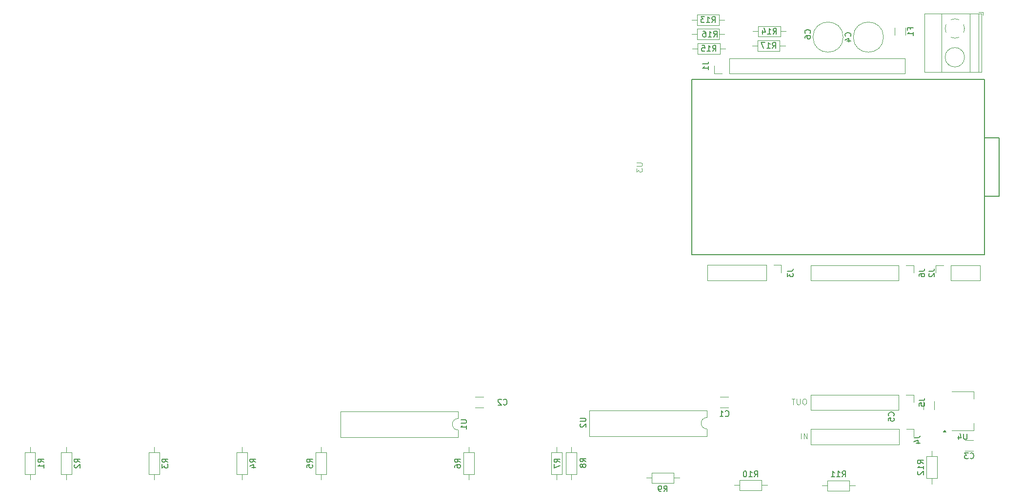
<source format=gbr>
%TF.GenerationSoftware,KiCad,Pcbnew,8.0.7*%
%TF.CreationDate,2025-02-10T21:08:13+01:00*%
%TF.ProjectId,stib_display,73746962-5f64-4697-9370-6c61792e6b69,2*%
%TF.SameCoordinates,Original*%
%TF.FileFunction,Legend,Bot*%
%TF.FilePolarity,Positive*%
%FSLAX46Y46*%
G04 Gerber Fmt 4.6, Leading zero omitted, Abs format (unit mm)*
G04 Created by KiCad (PCBNEW 8.0.7) date 2025-02-10 21:08:13*
%MOMM*%
%LPD*%
G01*
G04 APERTURE LIST*
%ADD10C,0.100000*%
%ADD11C,0.150000*%
%ADD12C,0.120000*%
G04 APERTURE END LIST*
D10*
X235505639Y-90372419D02*
X235315163Y-90372419D01*
X235315163Y-90372419D02*
X235219925Y-90420038D01*
X235219925Y-90420038D02*
X235124687Y-90515276D01*
X235124687Y-90515276D02*
X235077068Y-90705752D01*
X235077068Y-90705752D02*
X235077068Y-91039085D01*
X235077068Y-91039085D02*
X235124687Y-91229561D01*
X235124687Y-91229561D02*
X235219925Y-91324800D01*
X235219925Y-91324800D02*
X235315163Y-91372419D01*
X235315163Y-91372419D02*
X235505639Y-91372419D01*
X235505639Y-91372419D02*
X235600877Y-91324800D01*
X235600877Y-91324800D02*
X235696115Y-91229561D01*
X235696115Y-91229561D02*
X235743734Y-91039085D01*
X235743734Y-91039085D02*
X235743734Y-90705752D01*
X235743734Y-90705752D02*
X235696115Y-90515276D01*
X235696115Y-90515276D02*
X235600877Y-90420038D01*
X235600877Y-90420038D02*
X235505639Y-90372419D01*
X234648496Y-90372419D02*
X234648496Y-91181942D01*
X234648496Y-91181942D02*
X234600877Y-91277180D01*
X234600877Y-91277180D02*
X234553258Y-91324800D01*
X234553258Y-91324800D02*
X234458020Y-91372419D01*
X234458020Y-91372419D02*
X234267544Y-91372419D01*
X234267544Y-91372419D02*
X234172306Y-91324800D01*
X234172306Y-91324800D02*
X234124687Y-91277180D01*
X234124687Y-91277180D02*
X234077068Y-91181942D01*
X234077068Y-91181942D02*
X234077068Y-90372419D01*
X233743734Y-90372419D02*
X233172306Y-90372419D01*
X233458020Y-91372419D02*
X233458020Y-90372419D01*
X234803884Y-97372419D02*
X234803884Y-96372419D01*
X235280074Y-97372419D02*
X235280074Y-96372419D01*
X235280074Y-96372419D02*
X235851502Y-97372419D01*
X235851502Y-97372419D02*
X235851502Y-96372419D01*
D11*
X183166666Y-91359580D02*
X183214285Y-91407200D01*
X183214285Y-91407200D02*
X183357142Y-91454819D01*
X183357142Y-91454819D02*
X183452380Y-91454819D01*
X183452380Y-91454819D02*
X183595237Y-91407200D01*
X183595237Y-91407200D02*
X183690475Y-91311961D01*
X183690475Y-91311961D02*
X183738094Y-91216723D01*
X183738094Y-91216723D02*
X183785713Y-91026247D01*
X183785713Y-91026247D02*
X183785713Y-90883390D01*
X183785713Y-90883390D02*
X183738094Y-90692914D01*
X183738094Y-90692914D02*
X183690475Y-90597676D01*
X183690475Y-90597676D02*
X183595237Y-90502438D01*
X183595237Y-90502438D02*
X183452380Y-90454819D01*
X183452380Y-90454819D02*
X183357142Y-90454819D01*
X183357142Y-90454819D02*
X183214285Y-90502438D01*
X183214285Y-90502438D02*
X183166666Y-90550057D01*
X182785713Y-90550057D02*
X182738094Y-90502438D01*
X182738094Y-90502438D02*
X182642856Y-90454819D01*
X182642856Y-90454819D02*
X182404761Y-90454819D01*
X182404761Y-90454819D02*
X182309523Y-90502438D01*
X182309523Y-90502438D02*
X182261904Y-90550057D01*
X182261904Y-90550057D02*
X182214285Y-90645295D01*
X182214285Y-90645295D02*
X182214285Y-90740533D01*
X182214285Y-90740533D02*
X182261904Y-90883390D01*
X182261904Y-90883390D02*
X182833332Y-91454819D01*
X182833332Y-91454819D02*
X182214285Y-91454819D01*
X219642857Y-27454819D02*
X219976190Y-26978628D01*
X220214285Y-27454819D02*
X220214285Y-26454819D01*
X220214285Y-26454819D02*
X219833333Y-26454819D01*
X219833333Y-26454819D02*
X219738095Y-26502438D01*
X219738095Y-26502438D02*
X219690476Y-26550057D01*
X219690476Y-26550057D02*
X219642857Y-26645295D01*
X219642857Y-26645295D02*
X219642857Y-26788152D01*
X219642857Y-26788152D02*
X219690476Y-26883390D01*
X219690476Y-26883390D02*
X219738095Y-26931009D01*
X219738095Y-26931009D02*
X219833333Y-26978628D01*
X219833333Y-26978628D02*
X220214285Y-26978628D01*
X218690476Y-27454819D02*
X219261904Y-27454819D01*
X218976190Y-27454819D02*
X218976190Y-26454819D01*
X218976190Y-26454819D02*
X219071428Y-26597676D01*
X219071428Y-26597676D02*
X219166666Y-26692914D01*
X219166666Y-26692914D02*
X219261904Y-26740533D01*
X217833333Y-26454819D02*
X218023809Y-26454819D01*
X218023809Y-26454819D02*
X218119047Y-26502438D01*
X218119047Y-26502438D02*
X218166666Y-26550057D01*
X218166666Y-26550057D02*
X218261904Y-26692914D01*
X218261904Y-26692914D02*
X218309523Y-26883390D01*
X218309523Y-26883390D02*
X218309523Y-27264342D01*
X218309523Y-27264342D02*
X218261904Y-27359580D01*
X218261904Y-27359580D02*
X218214285Y-27407200D01*
X218214285Y-27407200D02*
X218119047Y-27454819D01*
X218119047Y-27454819D02*
X217928571Y-27454819D01*
X217928571Y-27454819D02*
X217833333Y-27407200D01*
X217833333Y-27407200D02*
X217785714Y-27359580D01*
X217785714Y-27359580D02*
X217738095Y-27264342D01*
X217738095Y-27264342D02*
X217738095Y-27026247D01*
X217738095Y-27026247D02*
X217785714Y-26931009D01*
X217785714Y-26931009D02*
X217833333Y-26883390D01*
X217833333Y-26883390D02*
X217928571Y-26835771D01*
X217928571Y-26835771D02*
X218119047Y-26835771D01*
X218119047Y-26835771D02*
X218214285Y-26883390D01*
X218214285Y-26883390D02*
X218261904Y-26931009D01*
X218261904Y-26931009D02*
X218309523Y-27026247D01*
X229952857Y-26954819D02*
X230286190Y-26478628D01*
X230524285Y-26954819D02*
X230524285Y-25954819D01*
X230524285Y-25954819D02*
X230143333Y-25954819D01*
X230143333Y-25954819D02*
X230048095Y-26002438D01*
X230048095Y-26002438D02*
X230000476Y-26050057D01*
X230000476Y-26050057D02*
X229952857Y-26145295D01*
X229952857Y-26145295D02*
X229952857Y-26288152D01*
X229952857Y-26288152D02*
X230000476Y-26383390D01*
X230000476Y-26383390D02*
X230048095Y-26431009D01*
X230048095Y-26431009D02*
X230143333Y-26478628D01*
X230143333Y-26478628D02*
X230524285Y-26478628D01*
X229000476Y-26954819D02*
X229571904Y-26954819D01*
X229286190Y-26954819D02*
X229286190Y-25954819D01*
X229286190Y-25954819D02*
X229381428Y-26097676D01*
X229381428Y-26097676D02*
X229476666Y-26192914D01*
X229476666Y-26192914D02*
X229571904Y-26240533D01*
X228143333Y-26288152D02*
X228143333Y-26954819D01*
X228381428Y-25907200D02*
X228619523Y-26621485D01*
X228619523Y-26621485D02*
X228000476Y-26621485D01*
X232454819Y-68166666D02*
X233169104Y-68166666D01*
X233169104Y-68166666D02*
X233311961Y-68119047D01*
X233311961Y-68119047D02*
X233407200Y-68023809D01*
X233407200Y-68023809D02*
X233454819Y-67880952D01*
X233454819Y-67880952D02*
X233454819Y-67785714D01*
X232454819Y-68547619D02*
X232454819Y-69166666D01*
X232454819Y-69166666D02*
X232835771Y-68833333D01*
X232835771Y-68833333D02*
X232835771Y-68976190D01*
X232835771Y-68976190D02*
X232883390Y-69071428D01*
X232883390Y-69071428D02*
X232931009Y-69119047D01*
X232931009Y-69119047D02*
X233026247Y-69166666D01*
X233026247Y-69166666D02*
X233264342Y-69166666D01*
X233264342Y-69166666D02*
X233359580Y-69119047D01*
X233359580Y-69119047D02*
X233407200Y-69071428D01*
X233407200Y-69071428D02*
X233454819Y-68976190D01*
X233454819Y-68976190D02*
X233454819Y-68690476D01*
X233454819Y-68690476D02*
X233407200Y-68595238D01*
X233407200Y-68595238D02*
X233359580Y-68547619D01*
X140169819Y-101433333D02*
X139693628Y-101100000D01*
X140169819Y-100861905D02*
X139169819Y-100861905D01*
X139169819Y-100861905D02*
X139169819Y-101242857D01*
X139169819Y-101242857D02*
X139217438Y-101338095D01*
X139217438Y-101338095D02*
X139265057Y-101385714D01*
X139265057Y-101385714D02*
X139360295Y-101433333D01*
X139360295Y-101433333D02*
X139503152Y-101433333D01*
X139503152Y-101433333D02*
X139598390Y-101385714D01*
X139598390Y-101385714D02*
X139646009Y-101338095D01*
X139646009Y-101338095D02*
X139693628Y-101242857D01*
X139693628Y-101242857D02*
X139693628Y-100861905D01*
X139503152Y-102290476D02*
X140169819Y-102290476D01*
X139122200Y-102052381D02*
X139836485Y-101814286D01*
X139836485Y-101814286D02*
X139836485Y-102433333D01*
X124929819Y-101433333D02*
X124453628Y-101100000D01*
X124929819Y-100861905D02*
X123929819Y-100861905D01*
X123929819Y-100861905D02*
X123929819Y-101242857D01*
X123929819Y-101242857D02*
X123977438Y-101338095D01*
X123977438Y-101338095D02*
X124025057Y-101385714D01*
X124025057Y-101385714D02*
X124120295Y-101433333D01*
X124120295Y-101433333D02*
X124263152Y-101433333D01*
X124263152Y-101433333D02*
X124358390Y-101385714D01*
X124358390Y-101385714D02*
X124406009Y-101338095D01*
X124406009Y-101338095D02*
X124453628Y-101242857D01*
X124453628Y-101242857D02*
X124453628Y-100861905D01*
X123929819Y-101766667D02*
X123929819Y-102385714D01*
X123929819Y-102385714D02*
X124310771Y-102052381D01*
X124310771Y-102052381D02*
X124310771Y-102195238D01*
X124310771Y-102195238D02*
X124358390Y-102290476D01*
X124358390Y-102290476D02*
X124406009Y-102338095D01*
X124406009Y-102338095D02*
X124501247Y-102385714D01*
X124501247Y-102385714D02*
X124739342Y-102385714D01*
X124739342Y-102385714D02*
X124834580Y-102338095D01*
X124834580Y-102338095D02*
X124882200Y-102290476D01*
X124882200Y-102290476D02*
X124929819Y-102195238D01*
X124929819Y-102195238D02*
X124929819Y-101909524D01*
X124929819Y-101909524D02*
X124882200Y-101814286D01*
X124882200Y-101814286D02*
X124834580Y-101766667D01*
X253751009Y-26166666D02*
X253751009Y-25833333D01*
X254274819Y-25833333D02*
X253274819Y-25833333D01*
X253274819Y-25833333D02*
X253274819Y-26309523D01*
X254274819Y-27214285D02*
X254274819Y-26642857D01*
X254274819Y-26928571D02*
X253274819Y-26928571D01*
X253274819Y-26928571D02*
X253417676Y-26833333D01*
X253417676Y-26833333D02*
X253512914Y-26738095D01*
X253512914Y-26738095D02*
X253560533Y-26642857D01*
X256954819Y-68166666D02*
X257669104Y-68166666D01*
X257669104Y-68166666D02*
X257811961Y-68119047D01*
X257811961Y-68119047D02*
X257907200Y-68023809D01*
X257907200Y-68023809D02*
X257954819Y-67880952D01*
X257954819Y-67880952D02*
X257954819Y-67785714D01*
X257050057Y-68595238D02*
X257002438Y-68642857D01*
X257002438Y-68642857D02*
X256954819Y-68738095D01*
X256954819Y-68738095D02*
X256954819Y-68976190D01*
X256954819Y-68976190D02*
X257002438Y-69071428D01*
X257002438Y-69071428D02*
X257050057Y-69119047D01*
X257050057Y-69119047D02*
X257145295Y-69166666D01*
X257145295Y-69166666D02*
X257240533Y-69166666D01*
X257240533Y-69166666D02*
X257383390Y-69119047D01*
X257383390Y-69119047D02*
X257954819Y-68547619D01*
X257954819Y-68547619D02*
X257954819Y-69166666D01*
X255264819Y-90666666D02*
X255979104Y-90666666D01*
X255979104Y-90666666D02*
X256121961Y-90619047D01*
X256121961Y-90619047D02*
X256217200Y-90523809D01*
X256217200Y-90523809D02*
X256264819Y-90380952D01*
X256264819Y-90380952D02*
X256264819Y-90285714D01*
X255264819Y-91619047D02*
X255264819Y-91142857D01*
X255264819Y-91142857D02*
X255741009Y-91095238D01*
X255741009Y-91095238D02*
X255693390Y-91142857D01*
X255693390Y-91142857D02*
X255645771Y-91238095D01*
X255645771Y-91238095D02*
X255645771Y-91476190D01*
X255645771Y-91476190D02*
X255693390Y-91571428D01*
X255693390Y-91571428D02*
X255741009Y-91619047D01*
X255741009Y-91619047D02*
X255836247Y-91666666D01*
X255836247Y-91666666D02*
X256074342Y-91666666D01*
X256074342Y-91666666D02*
X256169580Y-91619047D01*
X256169580Y-91619047D02*
X256217200Y-91571428D01*
X256217200Y-91571428D02*
X256264819Y-91476190D01*
X256264819Y-91476190D02*
X256264819Y-91238095D01*
X256264819Y-91238095D02*
X256217200Y-91142857D01*
X256217200Y-91142857D02*
X256169580Y-91095238D01*
X229832857Y-29454819D02*
X230166190Y-28978628D01*
X230404285Y-29454819D02*
X230404285Y-28454819D01*
X230404285Y-28454819D02*
X230023333Y-28454819D01*
X230023333Y-28454819D02*
X229928095Y-28502438D01*
X229928095Y-28502438D02*
X229880476Y-28550057D01*
X229880476Y-28550057D02*
X229832857Y-28645295D01*
X229832857Y-28645295D02*
X229832857Y-28788152D01*
X229832857Y-28788152D02*
X229880476Y-28883390D01*
X229880476Y-28883390D02*
X229928095Y-28931009D01*
X229928095Y-28931009D02*
X230023333Y-28978628D01*
X230023333Y-28978628D02*
X230404285Y-28978628D01*
X228880476Y-29454819D02*
X229451904Y-29454819D01*
X229166190Y-29454819D02*
X229166190Y-28454819D01*
X229166190Y-28454819D02*
X229261428Y-28597676D01*
X229261428Y-28597676D02*
X229356666Y-28692914D01*
X229356666Y-28692914D02*
X229451904Y-28740533D01*
X228547142Y-28454819D02*
X227880476Y-28454819D01*
X227880476Y-28454819D02*
X228309047Y-29454819D01*
X196454819Y-93738095D02*
X197264342Y-93738095D01*
X197264342Y-93738095D02*
X197359580Y-93785714D01*
X197359580Y-93785714D02*
X197407200Y-93833333D01*
X197407200Y-93833333D02*
X197454819Y-93928571D01*
X197454819Y-93928571D02*
X197454819Y-94119047D01*
X197454819Y-94119047D02*
X197407200Y-94214285D01*
X197407200Y-94214285D02*
X197359580Y-94261904D01*
X197359580Y-94261904D02*
X197264342Y-94309523D01*
X197264342Y-94309523D02*
X196454819Y-94309523D01*
X196550057Y-94738095D02*
X196502438Y-94785714D01*
X196502438Y-94785714D02*
X196454819Y-94880952D01*
X196454819Y-94880952D02*
X196454819Y-95119047D01*
X196454819Y-95119047D02*
X196502438Y-95214285D01*
X196502438Y-95214285D02*
X196550057Y-95261904D01*
X196550057Y-95261904D02*
X196645295Y-95309523D01*
X196645295Y-95309523D02*
X196740533Y-95309523D01*
X196740533Y-95309523D02*
X196883390Y-95261904D01*
X196883390Y-95261904D02*
X197454819Y-94690476D01*
X197454819Y-94690476D02*
X197454819Y-95309523D01*
X210986666Y-106514819D02*
X211319999Y-106038628D01*
X211558094Y-106514819D02*
X211558094Y-105514819D01*
X211558094Y-105514819D02*
X211177142Y-105514819D01*
X211177142Y-105514819D02*
X211081904Y-105562438D01*
X211081904Y-105562438D02*
X211034285Y-105610057D01*
X211034285Y-105610057D02*
X210986666Y-105705295D01*
X210986666Y-105705295D02*
X210986666Y-105848152D01*
X210986666Y-105848152D02*
X211034285Y-105943390D01*
X211034285Y-105943390D02*
X211081904Y-105991009D01*
X211081904Y-105991009D02*
X211177142Y-106038628D01*
X211177142Y-106038628D02*
X211558094Y-106038628D01*
X210510475Y-106514819D02*
X210319999Y-106514819D01*
X210319999Y-106514819D02*
X210224761Y-106467200D01*
X210224761Y-106467200D02*
X210177142Y-106419580D01*
X210177142Y-106419580D02*
X210081904Y-106276723D01*
X210081904Y-106276723D02*
X210034285Y-106086247D01*
X210034285Y-106086247D02*
X210034285Y-105705295D01*
X210034285Y-105705295D02*
X210081904Y-105610057D01*
X210081904Y-105610057D02*
X210129523Y-105562438D01*
X210129523Y-105562438D02*
X210224761Y-105514819D01*
X210224761Y-105514819D02*
X210415237Y-105514819D01*
X210415237Y-105514819D02*
X210510475Y-105562438D01*
X210510475Y-105562438D02*
X210558094Y-105610057D01*
X210558094Y-105610057D02*
X210605713Y-105705295D01*
X210605713Y-105705295D02*
X210605713Y-105943390D01*
X210605713Y-105943390D02*
X210558094Y-106038628D01*
X210558094Y-106038628D02*
X210510475Y-106086247D01*
X210510475Y-106086247D02*
X210415237Y-106133866D01*
X210415237Y-106133866D02*
X210224761Y-106133866D01*
X210224761Y-106133866D02*
X210129523Y-106086247D01*
X210129523Y-106086247D02*
X210081904Y-106038628D01*
X210081904Y-106038628D02*
X210034285Y-105943390D01*
X236359580Y-26833333D02*
X236407200Y-26785714D01*
X236407200Y-26785714D02*
X236454819Y-26642857D01*
X236454819Y-26642857D02*
X236454819Y-26547619D01*
X236454819Y-26547619D02*
X236407200Y-26404762D01*
X236407200Y-26404762D02*
X236311961Y-26309524D01*
X236311961Y-26309524D02*
X236216723Y-26261905D01*
X236216723Y-26261905D02*
X236026247Y-26214286D01*
X236026247Y-26214286D02*
X235883390Y-26214286D01*
X235883390Y-26214286D02*
X235692914Y-26261905D01*
X235692914Y-26261905D02*
X235597676Y-26309524D01*
X235597676Y-26309524D02*
X235502438Y-26404762D01*
X235502438Y-26404762D02*
X235454819Y-26547619D01*
X235454819Y-26547619D02*
X235454819Y-26642857D01*
X235454819Y-26642857D02*
X235502438Y-26785714D01*
X235502438Y-26785714D02*
X235550057Y-26833333D01*
X235454819Y-27690476D02*
X235454819Y-27500000D01*
X235454819Y-27500000D02*
X235502438Y-27404762D01*
X235502438Y-27404762D02*
X235550057Y-27357143D01*
X235550057Y-27357143D02*
X235692914Y-27261905D01*
X235692914Y-27261905D02*
X235883390Y-27214286D01*
X235883390Y-27214286D02*
X236264342Y-27214286D01*
X236264342Y-27214286D02*
X236359580Y-27261905D01*
X236359580Y-27261905D02*
X236407200Y-27309524D01*
X236407200Y-27309524D02*
X236454819Y-27404762D01*
X236454819Y-27404762D02*
X236454819Y-27595238D01*
X236454819Y-27595238D02*
X236407200Y-27690476D01*
X236407200Y-27690476D02*
X236359580Y-27738095D01*
X236359580Y-27738095D02*
X236264342Y-27785714D01*
X236264342Y-27785714D02*
X236026247Y-27785714D01*
X236026247Y-27785714D02*
X235931009Y-27738095D01*
X235931009Y-27738095D02*
X235883390Y-27690476D01*
X235883390Y-27690476D02*
X235835771Y-27595238D01*
X235835771Y-27595238D02*
X235835771Y-27404762D01*
X235835771Y-27404762D02*
X235883390Y-27309524D01*
X235883390Y-27309524D02*
X235931009Y-27261905D01*
X235931009Y-27261905D02*
X236026247Y-27214286D01*
X219332857Y-24954819D02*
X219666190Y-24478628D01*
X219904285Y-24954819D02*
X219904285Y-23954819D01*
X219904285Y-23954819D02*
X219523333Y-23954819D01*
X219523333Y-23954819D02*
X219428095Y-24002438D01*
X219428095Y-24002438D02*
X219380476Y-24050057D01*
X219380476Y-24050057D02*
X219332857Y-24145295D01*
X219332857Y-24145295D02*
X219332857Y-24288152D01*
X219332857Y-24288152D02*
X219380476Y-24383390D01*
X219380476Y-24383390D02*
X219428095Y-24431009D01*
X219428095Y-24431009D02*
X219523333Y-24478628D01*
X219523333Y-24478628D02*
X219904285Y-24478628D01*
X218380476Y-24954819D02*
X218951904Y-24954819D01*
X218666190Y-24954819D02*
X218666190Y-23954819D01*
X218666190Y-23954819D02*
X218761428Y-24097676D01*
X218761428Y-24097676D02*
X218856666Y-24192914D01*
X218856666Y-24192914D02*
X218951904Y-24240533D01*
X218047142Y-23954819D02*
X217428095Y-23954819D01*
X217428095Y-23954819D02*
X217761428Y-24335771D01*
X217761428Y-24335771D02*
X217618571Y-24335771D01*
X217618571Y-24335771D02*
X217523333Y-24383390D01*
X217523333Y-24383390D02*
X217475714Y-24431009D01*
X217475714Y-24431009D02*
X217428095Y-24526247D01*
X217428095Y-24526247D02*
X217428095Y-24764342D01*
X217428095Y-24764342D02*
X217475714Y-24859580D01*
X217475714Y-24859580D02*
X217523333Y-24907200D01*
X217523333Y-24907200D02*
X217618571Y-24954819D01*
X217618571Y-24954819D02*
X217904285Y-24954819D01*
X217904285Y-24954819D02*
X217999523Y-24907200D01*
X217999523Y-24907200D02*
X218047142Y-24859580D01*
X221666666Y-93359580D02*
X221714285Y-93407200D01*
X221714285Y-93407200D02*
X221857142Y-93454819D01*
X221857142Y-93454819D02*
X221952380Y-93454819D01*
X221952380Y-93454819D02*
X222095237Y-93407200D01*
X222095237Y-93407200D02*
X222190475Y-93311961D01*
X222190475Y-93311961D02*
X222238094Y-93216723D01*
X222238094Y-93216723D02*
X222285713Y-93026247D01*
X222285713Y-93026247D02*
X222285713Y-92883390D01*
X222285713Y-92883390D02*
X222238094Y-92692914D01*
X222238094Y-92692914D02*
X222190475Y-92597676D01*
X222190475Y-92597676D02*
X222095237Y-92502438D01*
X222095237Y-92502438D02*
X221952380Y-92454819D01*
X221952380Y-92454819D02*
X221857142Y-92454819D01*
X221857142Y-92454819D02*
X221714285Y-92502438D01*
X221714285Y-92502438D02*
X221666666Y-92550057D01*
X220714285Y-93454819D02*
X221285713Y-93454819D01*
X220999999Y-93454819D02*
X220999999Y-92454819D01*
X220999999Y-92454819D02*
X221095237Y-92597676D01*
X221095237Y-92597676D02*
X221190475Y-92692914D01*
X221190475Y-92692914D02*
X221285713Y-92740533D01*
X175699819Y-101433333D02*
X175223628Y-101100000D01*
X175699819Y-100861905D02*
X174699819Y-100861905D01*
X174699819Y-100861905D02*
X174699819Y-101242857D01*
X174699819Y-101242857D02*
X174747438Y-101338095D01*
X174747438Y-101338095D02*
X174795057Y-101385714D01*
X174795057Y-101385714D02*
X174890295Y-101433333D01*
X174890295Y-101433333D02*
X175033152Y-101433333D01*
X175033152Y-101433333D02*
X175128390Y-101385714D01*
X175128390Y-101385714D02*
X175176009Y-101338095D01*
X175176009Y-101338095D02*
X175223628Y-101242857D01*
X175223628Y-101242857D02*
X175223628Y-100861905D01*
X174699819Y-102290476D02*
X174699819Y-102100000D01*
X174699819Y-102100000D02*
X174747438Y-102004762D01*
X174747438Y-102004762D02*
X174795057Y-101957143D01*
X174795057Y-101957143D02*
X174937914Y-101861905D01*
X174937914Y-101861905D02*
X175128390Y-101814286D01*
X175128390Y-101814286D02*
X175509342Y-101814286D01*
X175509342Y-101814286D02*
X175604580Y-101861905D01*
X175604580Y-101861905D02*
X175652200Y-101909524D01*
X175652200Y-101909524D02*
X175699819Y-102004762D01*
X175699819Y-102004762D02*
X175699819Y-102195238D01*
X175699819Y-102195238D02*
X175652200Y-102290476D01*
X175652200Y-102290476D02*
X175604580Y-102338095D01*
X175604580Y-102338095D02*
X175509342Y-102385714D01*
X175509342Y-102385714D02*
X175271247Y-102385714D01*
X175271247Y-102385714D02*
X175176009Y-102338095D01*
X175176009Y-102338095D02*
X175128390Y-102290476D01*
X175128390Y-102290476D02*
X175080771Y-102195238D01*
X175080771Y-102195238D02*
X175080771Y-102004762D01*
X175080771Y-102004762D02*
X175128390Y-101909524D01*
X175128390Y-101909524D02*
X175176009Y-101861905D01*
X175176009Y-101861905D02*
X175271247Y-101814286D01*
X192954819Y-101433333D02*
X192478628Y-101100000D01*
X192954819Y-100861905D02*
X191954819Y-100861905D01*
X191954819Y-100861905D02*
X191954819Y-101242857D01*
X191954819Y-101242857D02*
X192002438Y-101338095D01*
X192002438Y-101338095D02*
X192050057Y-101385714D01*
X192050057Y-101385714D02*
X192145295Y-101433333D01*
X192145295Y-101433333D02*
X192288152Y-101433333D01*
X192288152Y-101433333D02*
X192383390Y-101385714D01*
X192383390Y-101385714D02*
X192431009Y-101338095D01*
X192431009Y-101338095D02*
X192478628Y-101242857D01*
X192478628Y-101242857D02*
X192478628Y-100861905D01*
X191954819Y-101766667D02*
X191954819Y-102433333D01*
X191954819Y-102433333D02*
X192954819Y-102004762D01*
X109689819Y-101433333D02*
X109213628Y-101100000D01*
X109689819Y-100861905D02*
X108689819Y-100861905D01*
X108689819Y-100861905D02*
X108689819Y-101242857D01*
X108689819Y-101242857D02*
X108737438Y-101338095D01*
X108737438Y-101338095D02*
X108785057Y-101385714D01*
X108785057Y-101385714D02*
X108880295Y-101433333D01*
X108880295Y-101433333D02*
X109023152Y-101433333D01*
X109023152Y-101433333D02*
X109118390Y-101385714D01*
X109118390Y-101385714D02*
X109166009Y-101338095D01*
X109166009Y-101338095D02*
X109213628Y-101242857D01*
X109213628Y-101242857D02*
X109213628Y-100861905D01*
X108785057Y-101814286D02*
X108737438Y-101861905D01*
X108737438Y-101861905D02*
X108689819Y-101957143D01*
X108689819Y-101957143D02*
X108689819Y-102195238D01*
X108689819Y-102195238D02*
X108737438Y-102290476D01*
X108737438Y-102290476D02*
X108785057Y-102338095D01*
X108785057Y-102338095D02*
X108880295Y-102385714D01*
X108880295Y-102385714D02*
X108975533Y-102385714D01*
X108975533Y-102385714D02*
X109118390Y-102338095D01*
X109118390Y-102338095D02*
X109689819Y-101766667D01*
X109689819Y-101766667D02*
X109689819Y-102385714D01*
X197454819Y-101333333D02*
X196978628Y-101000000D01*
X197454819Y-100761905D02*
X196454819Y-100761905D01*
X196454819Y-100761905D02*
X196454819Y-101142857D01*
X196454819Y-101142857D02*
X196502438Y-101238095D01*
X196502438Y-101238095D02*
X196550057Y-101285714D01*
X196550057Y-101285714D02*
X196645295Y-101333333D01*
X196645295Y-101333333D02*
X196788152Y-101333333D01*
X196788152Y-101333333D02*
X196883390Y-101285714D01*
X196883390Y-101285714D02*
X196931009Y-101238095D01*
X196931009Y-101238095D02*
X196978628Y-101142857D01*
X196978628Y-101142857D02*
X196978628Y-100761905D01*
X196883390Y-101904762D02*
X196835771Y-101809524D01*
X196835771Y-101809524D02*
X196788152Y-101761905D01*
X196788152Y-101761905D02*
X196692914Y-101714286D01*
X196692914Y-101714286D02*
X196645295Y-101714286D01*
X196645295Y-101714286D02*
X196550057Y-101761905D01*
X196550057Y-101761905D02*
X196502438Y-101809524D01*
X196502438Y-101809524D02*
X196454819Y-101904762D01*
X196454819Y-101904762D02*
X196454819Y-102095238D01*
X196454819Y-102095238D02*
X196502438Y-102190476D01*
X196502438Y-102190476D02*
X196550057Y-102238095D01*
X196550057Y-102238095D02*
X196645295Y-102285714D01*
X196645295Y-102285714D02*
X196692914Y-102285714D01*
X196692914Y-102285714D02*
X196788152Y-102238095D01*
X196788152Y-102238095D02*
X196835771Y-102190476D01*
X196835771Y-102190476D02*
X196883390Y-102095238D01*
X196883390Y-102095238D02*
X196883390Y-101904762D01*
X196883390Y-101904762D02*
X196931009Y-101809524D01*
X196931009Y-101809524D02*
X196978628Y-101761905D01*
X196978628Y-101761905D02*
X197073866Y-101714286D01*
X197073866Y-101714286D02*
X197264342Y-101714286D01*
X197264342Y-101714286D02*
X197359580Y-101761905D01*
X197359580Y-101761905D02*
X197407200Y-101809524D01*
X197407200Y-101809524D02*
X197454819Y-101904762D01*
X197454819Y-101904762D02*
X197454819Y-102095238D01*
X197454819Y-102095238D02*
X197407200Y-102190476D01*
X197407200Y-102190476D02*
X197359580Y-102238095D01*
X197359580Y-102238095D02*
X197264342Y-102285714D01*
X197264342Y-102285714D02*
X197073866Y-102285714D01*
X197073866Y-102285714D02*
X196978628Y-102238095D01*
X196978628Y-102238095D02*
X196931009Y-102190476D01*
X196931009Y-102190476D02*
X196883390Y-102095238D01*
X243359580Y-27333333D02*
X243407200Y-27285714D01*
X243407200Y-27285714D02*
X243454819Y-27142857D01*
X243454819Y-27142857D02*
X243454819Y-27047619D01*
X243454819Y-27047619D02*
X243407200Y-26904762D01*
X243407200Y-26904762D02*
X243311961Y-26809524D01*
X243311961Y-26809524D02*
X243216723Y-26761905D01*
X243216723Y-26761905D02*
X243026247Y-26714286D01*
X243026247Y-26714286D02*
X242883390Y-26714286D01*
X242883390Y-26714286D02*
X242692914Y-26761905D01*
X242692914Y-26761905D02*
X242597676Y-26809524D01*
X242597676Y-26809524D02*
X242502438Y-26904762D01*
X242502438Y-26904762D02*
X242454819Y-27047619D01*
X242454819Y-27047619D02*
X242454819Y-27142857D01*
X242454819Y-27142857D02*
X242502438Y-27285714D01*
X242502438Y-27285714D02*
X242550057Y-27333333D01*
X242788152Y-28190476D02*
X243454819Y-28190476D01*
X242407200Y-27952381D02*
X243121485Y-27714286D01*
X243121485Y-27714286D02*
X243121485Y-28333333D01*
X250859580Y-93333333D02*
X250907200Y-93285714D01*
X250907200Y-93285714D02*
X250954819Y-93142857D01*
X250954819Y-93142857D02*
X250954819Y-93047619D01*
X250954819Y-93047619D02*
X250907200Y-92904762D01*
X250907200Y-92904762D02*
X250811961Y-92809524D01*
X250811961Y-92809524D02*
X250716723Y-92761905D01*
X250716723Y-92761905D02*
X250526247Y-92714286D01*
X250526247Y-92714286D02*
X250383390Y-92714286D01*
X250383390Y-92714286D02*
X250192914Y-92761905D01*
X250192914Y-92761905D02*
X250097676Y-92809524D01*
X250097676Y-92809524D02*
X250002438Y-92904762D01*
X250002438Y-92904762D02*
X249954819Y-93047619D01*
X249954819Y-93047619D02*
X249954819Y-93142857D01*
X249954819Y-93142857D02*
X250002438Y-93285714D01*
X250002438Y-93285714D02*
X250050057Y-93333333D01*
X249954819Y-94238095D02*
X249954819Y-93761905D01*
X249954819Y-93761905D02*
X250431009Y-93714286D01*
X250431009Y-93714286D02*
X250383390Y-93761905D01*
X250383390Y-93761905D02*
X250335771Y-93857143D01*
X250335771Y-93857143D02*
X250335771Y-94095238D01*
X250335771Y-94095238D02*
X250383390Y-94190476D01*
X250383390Y-94190476D02*
X250431009Y-94238095D01*
X250431009Y-94238095D02*
X250526247Y-94285714D01*
X250526247Y-94285714D02*
X250764342Y-94285714D01*
X250764342Y-94285714D02*
X250859580Y-94238095D01*
X250859580Y-94238095D02*
X250907200Y-94190476D01*
X250907200Y-94190476D02*
X250954819Y-94095238D01*
X250954819Y-94095238D02*
X250954819Y-93857143D01*
X250954819Y-93857143D02*
X250907200Y-93761905D01*
X250907200Y-93761905D02*
X250859580Y-93714286D01*
D10*
X206247419Y-49353095D02*
X207056942Y-49353095D01*
X207056942Y-49353095D02*
X207152180Y-49400714D01*
X207152180Y-49400714D02*
X207199800Y-49448333D01*
X207199800Y-49448333D02*
X207247419Y-49543571D01*
X207247419Y-49543571D02*
X207247419Y-49734047D01*
X207247419Y-49734047D02*
X207199800Y-49829285D01*
X207199800Y-49829285D02*
X207152180Y-49876904D01*
X207152180Y-49876904D02*
X207056942Y-49924523D01*
X207056942Y-49924523D02*
X206247419Y-49924523D01*
X206247419Y-50305476D02*
X206247419Y-50924523D01*
X206247419Y-50924523D02*
X206628371Y-50591190D01*
X206628371Y-50591190D02*
X206628371Y-50734047D01*
X206628371Y-50734047D02*
X206675990Y-50829285D01*
X206675990Y-50829285D02*
X206723609Y-50876904D01*
X206723609Y-50876904D02*
X206818847Y-50924523D01*
X206818847Y-50924523D02*
X207056942Y-50924523D01*
X207056942Y-50924523D02*
X207152180Y-50876904D01*
X207152180Y-50876904D02*
X207199800Y-50829285D01*
X207199800Y-50829285D02*
X207247419Y-50734047D01*
X207247419Y-50734047D02*
X207247419Y-50448333D01*
X207247419Y-50448333D02*
X207199800Y-50353095D01*
X207199800Y-50353095D02*
X207152180Y-50305476D01*
D11*
X175759819Y-94048095D02*
X176569342Y-94048095D01*
X176569342Y-94048095D02*
X176664580Y-94095714D01*
X176664580Y-94095714D02*
X176712200Y-94143333D01*
X176712200Y-94143333D02*
X176759819Y-94238571D01*
X176759819Y-94238571D02*
X176759819Y-94429047D01*
X176759819Y-94429047D02*
X176712200Y-94524285D01*
X176712200Y-94524285D02*
X176664580Y-94571904D01*
X176664580Y-94571904D02*
X176569342Y-94619523D01*
X176569342Y-94619523D02*
X175759819Y-94619523D01*
X176759819Y-95619523D02*
X176759819Y-95048095D01*
X176759819Y-95333809D02*
X175759819Y-95333809D01*
X175759819Y-95333809D02*
X175902676Y-95238571D01*
X175902676Y-95238571D02*
X175997914Y-95143333D01*
X175997914Y-95143333D02*
X176045533Y-95048095D01*
X241952857Y-103954819D02*
X242286190Y-103478628D01*
X242524285Y-103954819D02*
X242524285Y-102954819D01*
X242524285Y-102954819D02*
X242143333Y-102954819D01*
X242143333Y-102954819D02*
X242048095Y-103002438D01*
X242048095Y-103002438D02*
X242000476Y-103050057D01*
X242000476Y-103050057D02*
X241952857Y-103145295D01*
X241952857Y-103145295D02*
X241952857Y-103288152D01*
X241952857Y-103288152D02*
X242000476Y-103383390D01*
X242000476Y-103383390D02*
X242048095Y-103431009D01*
X242048095Y-103431009D02*
X242143333Y-103478628D01*
X242143333Y-103478628D02*
X242524285Y-103478628D01*
X241000476Y-103954819D02*
X241571904Y-103954819D01*
X241286190Y-103954819D02*
X241286190Y-102954819D01*
X241286190Y-102954819D02*
X241381428Y-103097676D01*
X241381428Y-103097676D02*
X241476666Y-103192914D01*
X241476666Y-103192914D02*
X241571904Y-103240533D01*
X240048095Y-103954819D02*
X240619523Y-103954819D01*
X240333809Y-103954819D02*
X240333809Y-102954819D01*
X240333809Y-102954819D02*
X240429047Y-103097676D01*
X240429047Y-103097676D02*
X240524285Y-103192914D01*
X240524285Y-103192914D02*
X240619523Y-103240533D01*
X219452857Y-29954819D02*
X219786190Y-29478628D01*
X220024285Y-29954819D02*
X220024285Y-28954819D01*
X220024285Y-28954819D02*
X219643333Y-28954819D01*
X219643333Y-28954819D02*
X219548095Y-29002438D01*
X219548095Y-29002438D02*
X219500476Y-29050057D01*
X219500476Y-29050057D02*
X219452857Y-29145295D01*
X219452857Y-29145295D02*
X219452857Y-29288152D01*
X219452857Y-29288152D02*
X219500476Y-29383390D01*
X219500476Y-29383390D02*
X219548095Y-29431009D01*
X219548095Y-29431009D02*
X219643333Y-29478628D01*
X219643333Y-29478628D02*
X220024285Y-29478628D01*
X218500476Y-29954819D02*
X219071904Y-29954819D01*
X218786190Y-29954819D02*
X218786190Y-28954819D01*
X218786190Y-28954819D02*
X218881428Y-29097676D01*
X218881428Y-29097676D02*
X218976666Y-29192914D01*
X218976666Y-29192914D02*
X219071904Y-29240533D01*
X217595714Y-28954819D02*
X218071904Y-28954819D01*
X218071904Y-28954819D02*
X218119523Y-29431009D01*
X218119523Y-29431009D02*
X218071904Y-29383390D01*
X218071904Y-29383390D02*
X217976666Y-29335771D01*
X217976666Y-29335771D02*
X217738571Y-29335771D01*
X217738571Y-29335771D02*
X217643333Y-29383390D01*
X217643333Y-29383390D02*
X217595714Y-29431009D01*
X217595714Y-29431009D02*
X217548095Y-29526247D01*
X217548095Y-29526247D02*
X217548095Y-29764342D01*
X217548095Y-29764342D02*
X217595714Y-29859580D01*
X217595714Y-29859580D02*
X217643333Y-29907200D01*
X217643333Y-29907200D02*
X217738571Y-29954819D01*
X217738571Y-29954819D02*
X217976666Y-29954819D01*
X217976666Y-29954819D02*
X218071904Y-29907200D01*
X218071904Y-29907200D02*
X218119523Y-29859580D01*
X264166666Y-100709580D02*
X264214285Y-100757200D01*
X264214285Y-100757200D02*
X264357142Y-100804819D01*
X264357142Y-100804819D02*
X264452380Y-100804819D01*
X264452380Y-100804819D02*
X264595237Y-100757200D01*
X264595237Y-100757200D02*
X264690475Y-100661961D01*
X264690475Y-100661961D02*
X264738094Y-100566723D01*
X264738094Y-100566723D02*
X264785713Y-100376247D01*
X264785713Y-100376247D02*
X264785713Y-100233390D01*
X264785713Y-100233390D02*
X264738094Y-100042914D01*
X264738094Y-100042914D02*
X264690475Y-99947676D01*
X264690475Y-99947676D02*
X264595237Y-99852438D01*
X264595237Y-99852438D02*
X264452380Y-99804819D01*
X264452380Y-99804819D02*
X264357142Y-99804819D01*
X264357142Y-99804819D02*
X264214285Y-99852438D01*
X264214285Y-99852438D02*
X264166666Y-99900057D01*
X263833332Y-99804819D02*
X263214285Y-99804819D01*
X263214285Y-99804819D02*
X263547618Y-100185771D01*
X263547618Y-100185771D02*
X263404761Y-100185771D01*
X263404761Y-100185771D02*
X263309523Y-100233390D01*
X263309523Y-100233390D02*
X263261904Y-100281009D01*
X263261904Y-100281009D02*
X263214285Y-100376247D01*
X263214285Y-100376247D02*
X263214285Y-100614342D01*
X263214285Y-100614342D02*
X263261904Y-100709580D01*
X263261904Y-100709580D02*
X263309523Y-100757200D01*
X263309523Y-100757200D02*
X263404761Y-100804819D01*
X263404761Y-100804819D02*
X263690475Y-100804819D01*
X263690475Y-100804819D02*
X263785713Y-100757200D01*
X263785713Y-100757200D02*
X263833332Y-100709580D01*
X226702857Y-103954819D02*
X227036190Y-103478628D01*
X227274285Y-103954819D02*
X227274285Y-102954819D01*
X227274285Y-102954819D02*
X226893333Y-102954819D01*
X226893333Y-102954819D02*
X226798095Y-103002438D01*
X226798095Y-103002438D02*
X226750476Y-103050057D01*
X226750476Y-103050057D02*
X226702857Y-103145295D01*
X226702857Y-103145295D02*
X226702857Y-103288152D01*
X226702857Y-103288152D02*
X226750476Y-103383390D01*
X226750476Y-103383390D02*
X226798095Y-103431009D01*
X226798095Y-103431009D02*
X226893333Y-103478628D01*
X226893333Y-103478628D02*
X227274285Y-103478628D01*
X225750476Y-103954819D02*
X226321904Y-103954819D01*
X226036190Y-103954819D02*
X226036190Y-102954819D01*
X226036190Y-102954819D02*
X226131428Y-103097676D01*
X226131428Y-103097676D02*
X226226666Y-103192914D01*
X226226666Y-103192914D02*
X226321904Y-103240533D01*
X225131428Y-102954819D02*
X225036190Y-102954819D01*
X225036190Y-102954819D02*
X224940952Y-103002438D01*
X224940952Y-103002438D02*
X224893333Y-103050057D01*
X224893333Y-103050057D02*
X224845714Y-103145295D01*
X224845714Y-103145295D02*
X224798095Y-103335771D01*
X224798095Y-103335771D02*
X224798095Y-103573866D01*
X224798095Y-103573866D02*
X224845714Y-103764342D01*
X224845714Y-103764342D02*
X224893333Y-103859580D01*
X224893333Y-103859580D02*
X224940952Y-103907200D01*
X224940952Y-103907200D02*
X225036190Y-103954819D01*
X225036190Y-103954819D02*
X225131428Y-103954819D01*
X225131428Y-103954819D02*
X225226666Y-103907200D01*
X225226666Y-103907200D02*
X225274285Y-103859580D01*
X225274285Y-103859580D02*
X225321904Y-103764342D01*
X225321904Y-103764342D02*
X225369523Y-103573866D01*
X225369523Y-103573866D02*
X225369523Y-103335771D01*
X225369523Y-103335771D02*
X225321904Y-103145295D01*
X225321904Y-103145295D02*
X225274285Y-103050057D01*
X225274285Y-103050057D02*
X225226666Y-103002438D01*
X225226666Y-103002438D02*
X225131428Y-102954819D01*
X254454819Y-97166666D02*
X255169104Y-97166666D01*
X255169104Y-97166666D02*
X255311961Y-97119047D01*
X255311961Y-97119047D02*
X255407200Y-97023809D01*
X255407200Y-97023809D02*
X255454819Y-96880952D01*
X255454819Y-96880952D02*
X255454819Y-96785714D01*
X254788152Y-98071428D02*
X255454819Y-98071428D01*
X254407200Y-97833333D02*
X255121485Y-97595238D01*
X255121485Y-97595238D02*
X255121485Y-98214285D01*
X263611904Y-96454819D02*
X263611904Y-97264342D01*
X263611904Y-97264342D02*
X263564285Y-97359580D01*
X263564285Y-97359580D02*
X263516666Y-97407200D01*
X263516666Y-97407200D02*
X263421428Y-97454819D01*
X263421428Y-97454819D02*
X263230952Y-97454819D01*
X263230952Y-97454819D02*
X263135714Y-97407200D01*
X263135714Y-97407200D02*
X263088095Y-97359580D01*
X263088095Y-97359580D02*
X263040476Y-97264342D01*
X263040476Y-97264342D02*
X263040476Y-96454819D01*
X262135714Y-96788152D02*
X262135714Y-97454819D01*
X262373809Y-96407200D02*
X262611904Y-97121485D01*
X262611904Y-97121485D02*
X261992857Y-97121485D01*
X103374819Y-101433333D02*
X102898628Y-101100000D01*
X103374819Y-100861905D02*
X102374819Y-100861905D01*
X102374819Y-100861905D02*
X102374819Y-101242857D01*
X102374819Y-101242857D02*
X102422438Y-101338095D01*
X102422438Y-101338095D02*
X102470057Y-101385714D01*
X102470057Y-101385714D02*
X102565295Y-101433333D01*
X102565295Y-101433333D02*
X102708152Y-101433333D01*
X102708152Y-101433333D02*
X102803390Y-101385714D01*
X102803390Y-101385714D02*
X102851009Y-101338095D01*
X102851009Y-101338095D02*
X102898628Y-101242857D01*
X102898628Y-101242857D02*
X102898628Y-100861905D01*
X103374819Y-102385714D02*
X103374819Y-101814286D01*
X103374819Y-102100000D02*
X102374819Y-102100000D01*
X102374819Y-102100000D02*
X102517676Y-102004762D01*
X102517676Y-102004762D02*
X102612914Y-101909524D01*
X102612914Y-101909524D02*
X102660533Y-101814286D01*
X217744819Y-32166666D02*
X218459104Y-32166666D01*
X218459104Y-32166666D02*
X218601961Y-32119047D01*
X218601961Y-32119047D02*
X218697200Y-32023809D01*
X218697200Y-32023809D02*
X218744819Y-31880952D01*
X218744819Y-31880952D02*
X218744819Y-31785714D01*
X218744819Y-33166666D02*
X218744819Y-32595238D01*
X218744819Y-32880952D02*
X217744819Y-32880952D01*
X217744819Y-32880952D02*
X217887676Y-32785714D01*
X217887676Y-32785714D02*
X217982914Y-32690476D01*
X217982914Y-32690476D02*
X218030533Y-32595238D01*
X150034819Y-101433333D02*
X149558628Y-101100000D01*
X150034819Y-100861905D02*
X149034819Y-100861905D01*
X149034819Y-100861905D02*
X149034819Y-101242857D01*
X149034819Y-101242857D02*
X149082438Y-101338095D01*
X149082438Y-101338095D02*
X149130057Y-101385714D01*
X149130057Y-101385714D02*
X149225295Y-101433333D01*
X149225295Y-101433333D02*
X149368152Y-101433333D01*
X149368152Y-101433333D02*
X149463390Y-101385714D01*
X149463390Y-101385714D02*
X149511009Y-101338095D01*
X149511009Y-101338095D02*
X149558628Y-101242857D01*
X149558628Y-101242857D02*
X149558628Y-100861905D01*
X149034819Y-102338095D02*
X149034819Y-101861905D01*
X149034819Y-101861905D02*
X149511009Y-101814286D01*
X149511009Y-101814286D02*
X149463390Y-101861905D01*
X149463390Y-101861905D02*
X149415771Y-101957143D01*
X149415771Y-101957143D02*
X149415771Y-102195238D01*
X149415771Y-102195238D02*
X149463390Y-102290476D01*
X149463390Y-102290476D02*
X149511009Y-102338095D01*
X149511009Y-102338095D02*
X149606247Y-102385714D01*
X149606247Y-102385714D02*
X149844342Y-102385714D01*
X149844342Y-102385714D02*
X149939580Y-102338095D01*
X149939580Y-102338095D02*
X149987200Y-102290476D01*
X149987200Y-102290476D02*
X150034819Y-102195238D01*
X150034819Y-102195238D02*
X150034819Y-101957143D01*
X150034819Y-101957143D02*
X149987200Y-101861905D01*
X149987200Y-101861905D02*
X149939580Y-101814286D01*
X255264819Y-68166666D02*
X255979104Y-68166666D01*
X255979104Y-68166666D02*
X256121961Y-68119047D01*
X256121961Y-68119047D02*
X256217200Y-68023809D01*
X256217200Y-68023809D02*
X256264819Y-67880952D01*
X256264819Y-67880952D02*
X256264819Y-67785714D01*
X255264819Y-69071428D02*
X255264819Y-68880952D01*
X255264819Y-68880952D02*
X255312438Y-68785714D01*
X255312438Y-68785714D02*
X255360057Y-68738095D01*
X255360057Y-68738095D02*
X255502914Y-68642857D01*
X255502914Y-68642857D02*
X255693390Y-68595238D01*
X255693390Y-68595238D02*
X256074342Y-68595238D01*
X256074342Y-68595238D02*
X256169580Y-68642857D01*
X256169580Y-68642857D02*
X256217200Y-68690476D01*
X256217200Y-68690476D02*
X256264819Y-68785714D01*
X256264819Y-68785714D02*
X256264819Y-68976190D01*
X256264819Y-68976190D02*
X256217200Y-69071428D01*
X256217200Y-69071428D02*
X256169580Y-69119047D01*
X256169580Y-69119047D02*
X256074342Y-69166666D01*
X256074342Y-69166666D02*
X255836247Y-69166666D01*
X255836247Y-69166666D02*
X255741009Y-69119047D01*
X255741009Y-69119047D02*
X255693390Y-69071428D01*
X255693390Y-69071428D02*
X255645771Y-68976190D01*
X255645771Y-68976190D02*
X255645771Y-68785714D01*
X255645771Y-68785714D02*
X255693390Y-68690476D01*
X255693390Y-68690476D02*
X255741009Y-68642857D01*
X255741009Y-68642857D02*
X255836247Y-68595238D01*
X256034819Y-101667142D02*
X255558628Y-101333809D01*
X256034819Y-101095714D02*
X255034819Y-101095714D01*
X255034819Y-101095714D02*
X255034819Y-101476666D01*
X255034819Y-101476666D02*
X255082438Y-101571904D01*
X255082438Y-101571904D02*
X255130057Y-101619523D01*
X255130057Y-101619523D02*
X255225295Y-101667142D01*
X255225295Y-101667142D02*
X255368152Y-101667142D01*
X255368152Y-101667142D02*
X255463390Y-101619523D01*
X255463390Y-101619523D02*
X255511009Y-101571904D01*
X255511009Y-101571904D02*
X255558628Y-101476666D01*
X255558628Y-101476666D02*
X255558628Y-101095714D01*
X256034819Y-102619523D02*
X256034819Y-102048095D01*
X256034819Y-102333809D02*
X255034819Y-102333809D01*
X255034819Y-102333809D02*
X255177676Y-102238571D01*
X255177676Y-102238571D02*
X255272914Y-102143333D01*
X255272914Y-102143333D02*
X255320533Y-102048095D01*
X255130057Y-103000476D02*
X255082438Y-103048095D01*
X255082438Y-103048095D02*
X255034819Y-103143333D01*
X255034819Y-103143333D02*
X255034819Y-103381428D01*
X255034819Y-103381428D02*
X255082438Y-103476666D01*
X255082438Y-103476666D02*
X255130057Y-103524285D01*
X255130057Y-103524285D02*
X255225295Y-103571904D01*
X255225295Y-103571904D02*
X255320533Y-103571904D01*
X255320533Y-103571904D02*
X255463390Y-103524285D01*
X255463390Y-103524285D02*
X256034819Y-102952857D01*
X256034819Y-102952857D02*
X256034819Y-103571904D01*
D12*
%TO.C,J7*%
X256239000Y-33560000D02*
X256239000Y-23440000D01*
X259199000Y-33560000D02*
X259199000Y-23440000D01*
X260261000Y-32035000D02*
X260225000Y-32070000D01*
X260477000Y-32228000D02*
X260431000Y-32275000D01*
X262569000Y-29726000D02*
X262523000Y-29773000D01*
X262774000Y-29931000D02*
X262739000Y-29966000D01*
X264100000Y-33560000D02*
X264100000Y-23440000D01*
X265600000Y-33560000D02*
X265600000Y-23440000D01*
X266160000Y-23440000D02*
X256239000Y-23440000D01*
X266160000Y-33560000D02*
X256239000Y-33560000D01*
X266160000Y-33560000D02*
X266160000Y-23440000D01*
X266400000Y-23200000D02*
X265660000Y-23200000D01*
X266400000Y-23700000D02*
X266400000Y-23200000D01*
X259965000Y-26684000D02*
G75*
G02*
X259964573Y-25316958I1534993J684001D01*
G01*
X260816000Y-24465000D02*
G75*
G02*
X262183042Y-24464573I684001J-1534993D01*
G01*
X262184000Y-27535000D02*
G75*
G02*
X260816958Y-27535427I-684001J1535004D01*
G01*
X263035000Y-25316000D02*
G75*
G02*
X263180253Y-26028805I-1535001J-683999D01*
G01*
X263180000Y-26000000D02*
G75*
G02*
X263034756Y-26683318I-1680000J0D01*
G01*
X263180000Y-31000000D02*
G75*
G02*
X259820000Y-31000000I-1680000J0D01*
G01*
X259820000Y-31000000D02*
G75*
G02*
X263180000Y-31000000I1680000J0D01*
G01*
%TO.C,C2*%
X178288748Y-90090000D02*
X179711252Y-90090000D01*
X178288748Y-91910000D02*
X179711252Y-91910000D01*
%TO.C,R16*%
X216770000Y-26080000D02*
X216770000Y-27920000D01*
X216770000Y-27000000D02*
X215820000Y-27000000D01*
X216770000Y-27920000D02*
X220610000Y-27920000D01*
X220610000Y-26080000D02*
X216770000Y-26080000D01*
X220610000Y-27000000D02*
X221560000Y-27000000D01*
X220610000Y-27920000D02*
X220610000Y-26080000D01*
%TO.C,R14*%
X227390000Y-25580000D02*
X227390000Y-27420000D01*
X227390000Y-26500000D02*
X226440000Y-26500000D01*
X227390000Y-27420000D02*
X231230000Y-27420000D01*
X231230000Y-25580000D02*
X227390000Y-25580000D01*
X231230000Y-26500000D02*
X232180000Y-26500000D01*
X231230000Y-27420000D02*
X231230000Y-25580000D01*
%TO.C,J3*%
X218560000Y-67145000D02*
X218560000Y-69805000D01*
X218560000Y-67145000D02*
X228780000Y-67145000D01*
X218560000Y-69805000D02*
X228780000Y-69805000D01*
X228780000Y-67145000D02*
X228780000Y-69805000D01*
X230050000Y-67145000D02*
X231380000Y-67145000D01*
X231380000Y-67145000D02*
X231380000Y-68475000D01*
%TO.C,R4*%
X136875000Y-99680000D02*
X136875000Y-103520000D01*
X136875000Y-103520000D02*
X138715000Y-103520000D01*
X137795000Y-99680000D02*
X137795000Y-98730000D01*
X137795000Y-103520000D02*
X137795000Y-104470000D01*
X138715000Y-99680000D02*
X136875000Y-99680000D01*
X138715000Y-103520000D02*
X138715000Y-99680000D01*
%TO.C,R3*%
X121635000Y-99680000D02*
X121635000Y-103520000D01*
X121635000Y-103520000D02*
X123475000Y-103520000D01*
X122555000Y-99680000D02*
X122555000Y-98730000D01*
X122555000Y-103520000D02*
X122555000Y-104470000D01*
X123475000Y-99680000D02*
X121635000Y-99680000D01*
X123475000Y-103520000D02*
X123475000Y-99680000D01*
%TO.C,F1*%
X251090000Y-25897936D02*
X251090000Y-27102064D01*
X252910000Y-25897936D02*
X252910000Y-27102064D01*
%TO.C,J2*%
X258170000Y-67170000D02*
X259500000Y-67170000D01*
X258170000Y-68500000D02*
X258170000Y-67170000D01*
X260770000Y-69830000D02*
X260770000Y-67170000D01*
X265910000Y-67170000D02*
X260770000Y-67170000D01*
X265910000Y-69830000D02*
X260770000Y-69830000D01*
X265910000Y-69830000D02*
X265910000Y-67170000D01*
%TO.C,J5*%
X254370000Y-89670000D02*
X254370000Y-91000000D01*
X253040000Y-89670000D02*
X254370000Y-89670000D01*
X251770000Y-89670000D02*
X251770000Y-92330000D01*
X236470000Y-92330000D02*
X251770000Y-92330000D01*
X236470000Y-89670000D02*
X251770000Y-89670000D01*
X236470000Y-89670000D02*
X236470000Y-92330000D01*
%TO.C,R17*%
X227270000Y-28080000D02*
X227270000Y-29920000D01*
X227270000Y-29000000D02*
X226320000Y-29000000D01*
X227270000Y-29920000D02*
X231110000Y-29920000D01*
X231110000Y-28080000D02*
X227270000Y-28080000D01*
X231110000Y-29000000D02*
X232060000Y-29000000D01*
X231110000Y-29920000D02*
X231110000Y-28080000D01*
%TO.C,U2*%
X198045000Y-92380000D02*
X198045000Y-96880000D01*
X198045000Y-96880000D02*
X218485000Y-96880000D01*
X218485000Y-92380000D02*
X198045000Y-92380000D01*
X218485000Y-93630000D02*
X218485000Y-92380000D01*
X218485000Y-96880000D02*
X218485000Y-95630000D01*
X218485000Y-95630000D02*
G75*
G02*
X218485000Y-93630000I0J1000000D01*
G01*
%TO.C,R9*%
X208900000Y-103220000D02*
X208900000Y-105060000D01*
X208900000Y-104140000D02*
X207950000Y-104140000D01*
X208900000Y-105060000D02*
X212740000Y-105060000D01*
X212740000Y-103220000D02*
X208900000Y-103220000D01*
X212740000Y-104140000D02*
X213690000Y-104140000D01*
X212740000Y-105060000D02*
X212740000Y-103220000D01*
%TO.C,C6*%
X242120000Y-27500000D02*
G75*
G02*
X236880000Y-27500000I-2620000J0D01*
G01*
X236880000Y-27500000D02*
G75*
G02*
X242120000Y-27500000I2620000J0D01*
G01*
%TO.C,R13*%
X216770000Y-23580000D02*
X216770000Y-25420000D01*
X216770000Y-24500000D02*
X215820000Y-24500000D01*
X216770000Y-25420000D02*
X220610000Y-25420000D01*
X220610000Y-23580000D02*
X216770000Y-23580000D01*
X220610000Y-24500000D02*
X221560000Y-24500000D01*
X220610000Y-25420000D02*
X220610000Y-23580000D01*
%TO.C,C1*%
X220788748Y-90090000D02*
X222211252Y-90090000D01*
X220788748Y-91910000D02*
X222211252Y-91910000D01*
%TO.C,R6*%
X176245000Y-99680000D02*
X176245000Y-103520000D01*
X176245000Y-103520000D02*
X178085000Y-103520000D01*
X177165000Y-99680000D02*
X177165000Y-98730000D01*
X177165000Y-103520000D02*
X177165000Y-104470000D01*
X178085000Y-99680000D02*
X176245000Y-99680000D01*
X178085000Y-103520000D02*
X178085000Y-99680000D01*
%TO.C,R7*%
X191485000Y-99680000D02*
X191485000Y-103520000D01*
X191485000Y-103520000D02*
X193325000Y-103520000D01*
X192405000Y-99680000D02*
X192405000Y-98730000D01*
X192405000Y-103520000D02*
X192405000Y-104470000D01*
X193325000Y-99680000D02*
X191485000Y-99680000D01*
X193325000Y-103520000D02*
X193325000Y-99680000D01*
%TO.C,R2*%
X106395000Y-99680000D02*
X106395000Y-103520000D01*
X106395000Y-103520000D02*
X108235000Y-103520000D01*
X107315000Y-99680000D02*
X107315000Y-98730000D01*
X107315000Y-103520000D02*
X107315000Y-104470000D01*
X108235000Y-99680000D02*
X106395000Y-99680000D01*
X108235000Y-103520000D02*
X108235000Y-99680000D01*
%TO.C,R8*%
X194025000Y-99680000D02*
X194025000Y-103520000D01*
X194025000Y-103520000D02*
X195865000Y-103520000D01*
X194945000Y-99680000D02*
X194945000Y-98730000D01*
X194945000Y-103520000D02*
X194945000Y-104470000D01*
X195865000Y-99680000D02*
X194025000Y-99680000D01*
X195865000Y-103520000D02*
X195865000Y-99680000D01*
%TO.C,C4*%
X249120000Y-27500000D02*
G75*
G02*
X243880000Y-27500000I-2620000J0D01*
G01*
X243880000Y-27500000D02*
G75*
G02*
X249120000Y-27500000I2620000J0D01*
G01*
%TO.C,C5*%
X256090000Y-92211252D02*
X256090000Y-90788748D01*
X257910000Y-92211252D02*
X257910000Y-90788748D01*
%TO.C,U3*%
D11*
X215850000Y-34875000D02*
X266650000Y-34875000D01*
X266650000Y-65355000D01*
X215850000Y-65355000D01*
X215850000Y-34875000D01*
X266650000Y-45035000D02*
X269190000Y-45035000D01*
X269190000Y-55195000D01*
X266650000Y-55195000D01*
X266650000Y-45035000D01*
D12*
%TO.C,U1*%
X154865000Y-92560000D02*
X154865000Y-97060000D01*
X154865000Y-97060000D02*
X175305000Y-97060000D01*
X175305000Y-92560000D02*
X154865000Y-92560000D01*
X175305000Y-93810000D02*
X175305000Y-92560000D01*
X175305000Y-97060000D02*
X175305000Y-95810000D01*
X175305000Y-95810000D02*
G75*
G02*
X175305000Y-93810000I0J1000000D01*
G01*
%TO.C,R11*%
X239390000Y-104580000D02*
X239390000Y-106420000D01*
X239390000Y-105500000D02*
X238440000Y-105500000D01*
X239390000Y-106420000D02*
X243230000Y-106420000D01*
X243230000Y-104580000D02*
X239390000Y-104580000D01*
X243230000Y-105500000D02*
X244180000Y-105500000D01*
X243230000Y-106420000D02*
X243230000Y-104580000D01*
%TO.C,R15*%
X216890000Y-28580000D02*
X216890000Y-30420000D01*
X216890000Y-29500000D02*
X215940000Y-29500000D01*
X216890000Y-30420000D02*
X220730000Y-30420000D01*
X220730000Y-28580000D02*
X216890000Y-28580000D01*
X220730000Y-29500000D02*
X221680000Y-29500000D01*
X220730000Y-30420000D02*
X220730000Y-28580000D01*
%TO.C,C3*%
X264711252Y-97590000D02*
X263288748Y-97590000D01*
X264711252Y-99410000D02*
X263288748Y-99410000D01*
%TO.C,R10*%
X224140000Y-104490000D02*
X224140000Y-106330000D01*
X224140000Y-105410000D02*
X223190000Y-105410000D01*
X224140000Y-106330000D02*
X227980000Y-106330000D01*
X227980000Y-104490000D02*
X224140000Y-104490000D01*
X227980000Y-105410000D02*
X228930000Y-105410000D01*
X227980000Y-106330000D02*
X227980000Y-104490000D01*
%TO.C,J4*%
X254410000Y-95670000D02*
X254410000Y-97000000D01*
X253080000Y-95670000D02*
X254410000Y-95670000D01*
X251810000Y-95670000D02*
X251810000Y-98330000D01*
X236510000Y-98330000D02*
X251810000Y-98330000D01*
X236510000Y-95670000D02*
X251810000Y-95670000D01*
X236510000Y-95670000D02*
X236510000Y-98330000D01*
%TO.C,U4*%
X264760000Y-89090000D02*
X261000000Y-89090000D01*
X264760000Y-90350000D02*
X264760000Y-89090000D01*
X264760000Y-94650000D02*
X264760000Y-95910000D01*
X264760000Y-95910000D02*
X261000000Y-95910000D01*
X259960000Y-96140000D02*
X259480000Y-96140000D01*
X259720000Y-95810000D01*
X259960000Y-96140000D01*
G36*
X259960000Y-96140000D02*
G01*
X259480000Y-96140000D01*
X259720000Y-95810000D01*
X259960000Y-96140000D01*
G37*
%TO.C,R1*%
X100080000Y-99680000D02*
X100080000Y-103520000D01*
X100080000Y-103520000D02*
X101920000Y-103520000D01*
X101000000Y-99680000D02*
X101000000Y-98730000D01*
X101000000Y-103520000D02*
X101000000Y-104470000D01*
X101920000Y-99680000D02*
X100080000Y-99680000D01*
X101920000Y-103520000D02*
X101920000Y-99680000D01*
%TO.C,J1*%
X219730000Y-33830000D02*
X219730000Y-32500000D01*
X221060000Y-33830000D02*
X219730000Y-33830000D01*
X222330000Y-33830000D02*
X222330000Y-31170000D01*
X252870000Y-31170000D02*
X222330000Y-31170000D01*
X252870000Y-33830000D02*
X222330000Y-33830000D01*
X252870000Y-33830000D02*
X252870000Y-31170000D01*
%TO.C,R5*%
X150580000Y-99680000D02*
X150580000Y-103520000D01*
X150580000Y-103520000D02*
X152420000Y-103520000D01*
X151500000Y-99680000D02*
X151500000Y-98730000D01*
X151500000Y-103520000D02*
X151500000Y-104470000D01*
X152420000Y-99680000D02*
X150580000Y-99680000D01*
X152420000Y-103520000D02*
X152420000Y-99680000D01*
%TO.C,J6*%
X236470000Y-67170000D02*
X236470000Y-69830000D01*
X236470000Y-67170000D02*
X251770000Y-67170000D01*
X236470000Y-69830000D02*
X251770000Y-69830000D01*
X251770000Y-67170000D02*
X251770000Y-69830000D01*
X253040000Y-67170000D02*
X254370000Y-67170000D01*
X254370000Y-67170000D02*
X254370000Y-68500000D01*
%TO.C,R12*%
X256580000Y-100390000D02*
X256580000Y-104230000D01*
X256580000Y-104230000D02*
X258420000Y-104230000D01*
X257500000Y-100390000D02*
X257500000Y-99440000D01*
X257500000Y-104230000D02*
X257500000Y-105180000D01*
X258420000Y-100390000D02*
X256580000Y-100390000D01*
X258420000Y-104230000D02*
X258420000Y-100390000D01*
%TD*%
M02*

</source>
